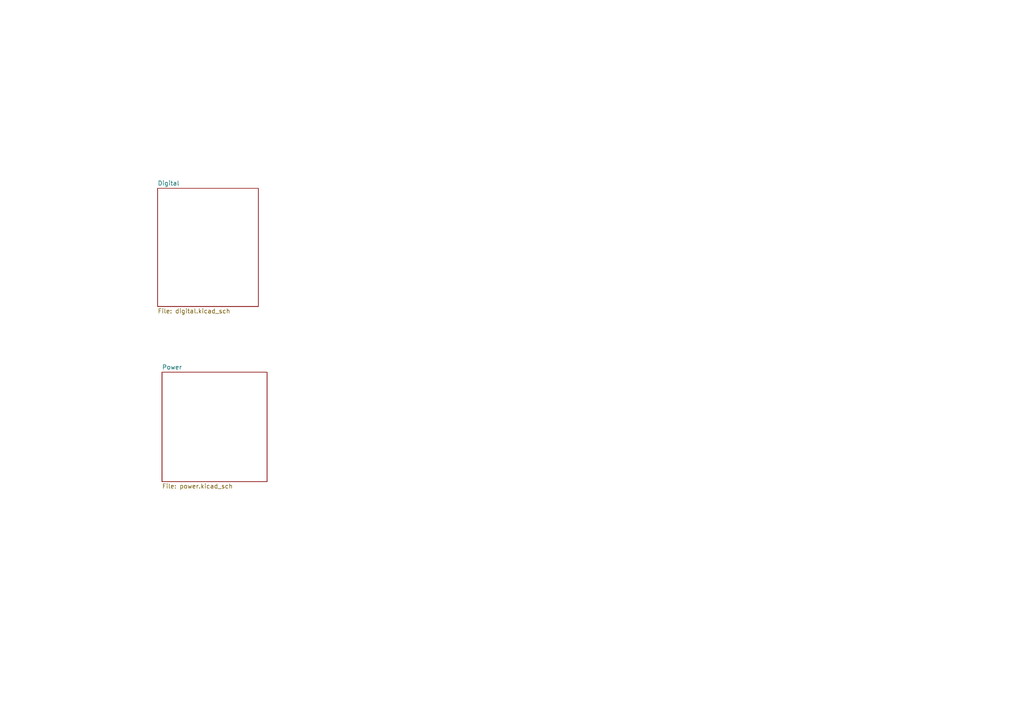
<source format=kicad_sch>
(kicad_sch (version 20230121) (generator eeschema)

  (uuid 29c97174-46f8-4c48-b4a7-5a1e45e73b0e)

  (paper "A4")

  (lib_symbols
  )


  (sheet (at 46.99 107.95) (size 30.48 31.75) (fields_autoplaced)
    (stroke (width 0.1524) (type solid))
    (fill (color 0 0 0 0.0000))
    (uuid 1eed7487-ede3-48fa-a47f-671585e72d34)
    (property "Sheetname" "Power" (at 46.99 107.2384 0)
      (effects (font (size 1.27 1.27)) (justify left bottom))
    )
    (property "Sheetfile" "power.kicad_sch" (at 46.99 140.2846 0)
      (effects (font (size 1.27 1.27)) (justify left top))
    )
    (instances
      (project "GameboyCartridgeV1.1"
        (path "/29c97174-46f8-4c48-b4a7-5a1e45e73b0e" (page "3"))
      )
    )
  )

  (sheet (at 45.72 54.61) (size 29.21 34.29) (fields_autoplaced)
    (stroke (width 0.1524) (type solid))
    (fill (color 0 0 0 0.0000))
    (uuid 7814998b-2ec4-4ba1-81ae-f3ffbead2be9)
    (property "Sheetname" "Digital" (at 45.72 53.8984 0)
      (effects (font (size 1.27 1.27)) (justify left bottom))
    )
    (property "Sheetfile" "digital.kicad_sch" (at 45.72 89.4846 0)
      (effects (font (size 1.27 1.27)) (justify left top))
    )
    (instances
      (project "GameboyCartridgeV1.1"
        (path "/29c97174-46f8-4c48-b4a7-5a1e45e73b0e" (page "2"))
      )
    )
  )

  (sheet_instances
    (path "/" (page "1"))
  )
)

</source>
